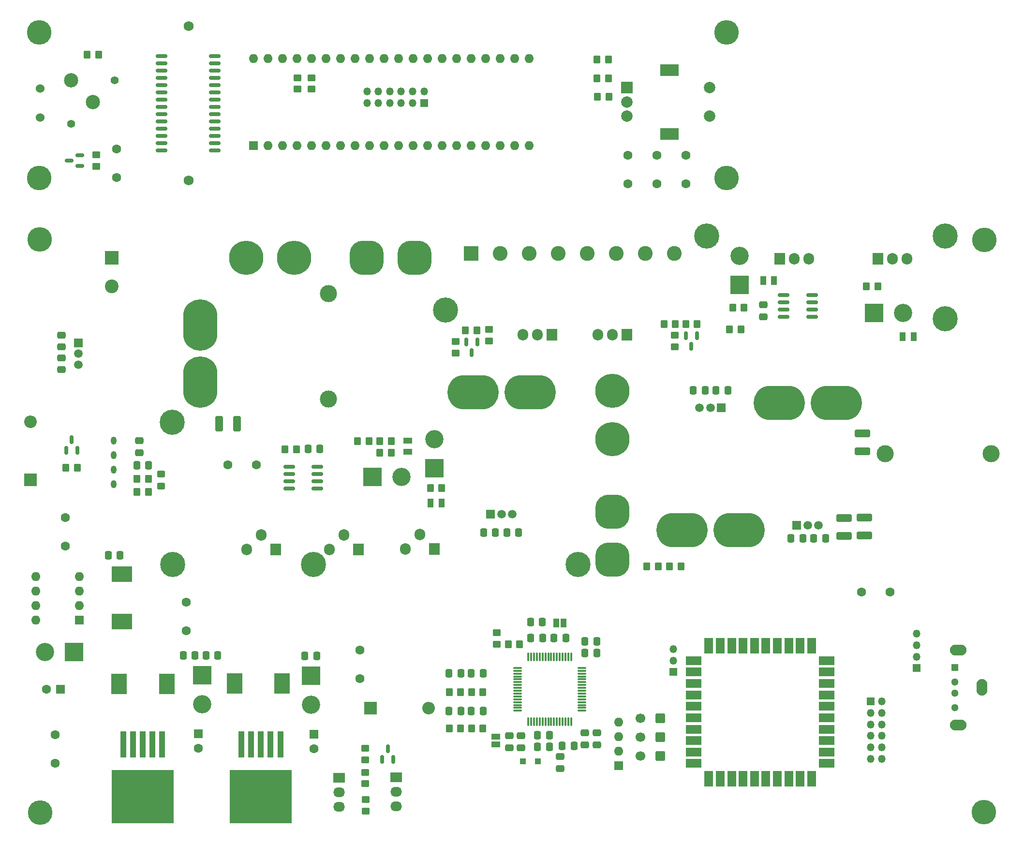
<source format=gts>
%TF.GenerationSoftware,KiCad,Pcbnew,(5.99.0-13134-g7fd669b6a8-dirty)*%
%TF.CreationDate,2021-11-08T01:58:15+00:00*%
%TF.ProjectId,solarpump,736f6c61-7270-4756-9d70-2e6b69636164,1.0*%
%TF.SameCoordinates,Original*%
%TF.FileFunction,Soldermask,Top*%
%TF.FilePolarity,Negative*%
%FSLAX46Y46*%
G04 Gerber Fmt 4.6, Leading zero omitted, Abs format (unit mm)*
G04 Created by KiCad (PCBNEW (5.99.0-13134-g7fd669b6a8-dirty)) date 2021-11-08 01:58:15*
%MOMM*%
%LPD*%
G01*
G04 APERTURE LIST*
G04 Aperture macros list*
%AMRoundRect*
0 Rectangle with rounded corners*
0 $1 Rounding radius*
0 $2 $3 $4 $5 $6 $7 $8 $9 X,Y pos of 4 corners*
0 Add a 4 corners polygon primitive as box body*
4,1,4,$2,$3,$4,$5,$6,$7,$8,$9,$2,$3,0*
0 Add four circle primitives for the rounded corners*
1,1,$1+$1,$2,$3*
1,1,$1+$1,$4,$5*
1,1,$1+$1,$6,$7*
1,1,$1+$1,$8,$9*
0 Add four rect primitives between the rounded corners*
20,1,$1+$1,$2,$3,$4,$5,0*
20,1,$1+$1,$4,$5,$6,$7,0*
20,1,$1+$1,$6,$7,$8,$9,0*
20,1,$1+$1,$8,$9,$2,$3,0*%
%AMHorizOval*
0 Thick line with rounded ends*
0 $1 width*
0 $2 $3 position (X,Y) of the first rounded end (center of the circle)*
0 $4 $5 position (X,Y) of the second rounded end (center of the circle)*
0 Add line between two ends*
20,1,$1,$2,$3,$4,$5,0*
0 Add two circle primitives to create the rounded ends*
1,1,$1,$2,$3*
1,1,$1,$4,$5*%
G04 Aperture macros list end*
%ADD10C,4.400000*%
%ADD11C,0.700000*%
%ADD12R,1.500000X1.500000*%
%ADD13C,1.500000*%
%ADD14C,0.800000*%
%ADD15HorizOval,0.800000X0.000000X0.000000X0.000000X0.000000X0*%
%ADD16O,9.000000X6.000000*%
%ADD17HorizOval,0.800000X0.000000X0.000000X0.000000X0.000000X0*%
%ADD18HorizOval,0.800000X0.000000X0.000000X0.000000X0.000000X0*%
%ADD19HorizOval,0.800000X0.000000X0.000000X0.000000X0.000000X0*%
%ADD20HorizOval,0.800000X0.000000X0.000000X0.000000X0.000000X0*%
%ADD21O,6.000000X9.000000*%
%ADD22HorizOval,0.800000X0.000000X0.000000X0.000000X0.000000X0*%
%ADD23R,1.100000X4.600000*%
%ADD24R,10.800000X9.400000*%
%ADD25R,1.905000X2.000000*%
%ADD26O,1.905000X2.000000*%
%ADD27RoundRect,0.250000X-0.450000X0.350000X-0.450000X-0.350000X0.450000X-0.350000X0.450000X0.350000X0*%
%ADD28C,1.600000*%
%ADD29R,1.300000X1.300000*%
%ADD30C,1.300000*%
%ADD31O,1.900000X2.900000*%
%ADD32O,2.900000X1.900000*%
%ADD33RoundRect,0.150000X0.825000X0.150000X-0.825000X0.150000X-0.825000X-0.150000X0.825000X-0.150000X0*%
%ADD34RoundRect,0.250000X0.337500X0.475000X-0.337500X0.475000X-0.337500X-0.475000X0.337500X-0.475000X0*%
%ADD35RoundRect,0.250000X0.600000X0.600000X-0.600000X0.600000X-0.600000X-0.600000X0.600000X-0.600000X0*%
%ADD36C,1.700000*%
%ADD37RoundRect,0.250000X-0.337500X-0.475000X0.337500X-0.475000X0.337500X0.475000X-0.337500X0.475000X0*%
%ADD38R,1.600000X1.600000*%
%ADD39O,1.600000X1.600000*%
%ADD40RoundRect,0.150000X0.150000X-0.587500X0.150000X0.587500X-0.150000X0.587500X-0.150000X-0.587500X0*%
%ADD41R,3.200000X3.200000*%
%ADD42O,3.200000X3.200000*%
%ADD43RoundRect,0.250000X0.450000X-0.350000X0.450000X0.350000X-0.450000X0.350000X-0.450000X-0.350000X0*%
%ADD44C,3.000000*%
%ADD45C,1.350000*%
%ADD46R,2.800000X1.500000*%
%ADD47O,1.350000X1.350000*%
%ADD48R,1.500000X2.800000*%
%ADD49O,1.000000X1.400000*%
%ADD50RoundRect,0.250000X0.350000X0.450000X-0.350000X0.450000X-0.350000X-0.450000X0.350000X-0.450000X0*%
%ADD51R,1.350000X1.350000*%
%ADD52RoundRect,0.150000X0.587500X0.150000X-0.587500X0.150000X-0.587500X-0.150000X0.587500X-0.150000X0*%
%ADD53RoundRect,0.250000X-0.350000X-0.450000X0.350000X-0.450000X0.350000X0.450000X-0.350000X0.450000X0*%
%ADD54RoundRect,0.250000X0.475000X-0.337500X0.475000X0.337500X-0.475000X0.337500X-0.475000X-0.337500X0*%
%ADD55C,4.300000*%
%ADD56R,2.200000X2.200000*%
%ADD57O,2.200000X2.200000*%
%ADD58R,2.030000X1.730000*%
%ADD59O,2.030000X1.730000*%
%ADD60RoundRect,2.400000X-0.600000X0.600000X-0.600000X-0.600000X0.600000X-0.600000X0.600000X0.600000X0*%
%ADD61RoundRect,2.400000X0.600000X0.600000X-0.600000X0.600000X-0.600000X-0.600000X0.600000X-0.600000X0*%
%ADD62C,6.000000*%
%ADD63R,1.000000X1.500000*%
%ADD64RoundRect,0.250000X0.450000X-0.325000X0.450000X0.325000X-0.450000X0.325000X-0.450000X-0.325000X0*%
%ADD65R,2.000000X2.000000*%
%ADD66C,2.000000*%
%ADD67R,3.200000X2.000000*%
%ADD68R,2.700000X3.600000*%
%ADD69RoundRect,0.075000X-0.662500X-0.075000X0.662500X-0.075000X0.662500X0.075000X-0.662500X0.075000X0*%
%ADD70RoundRect,0.075000X-0.075000X-0.662500X0.075000X-0.662500X0.075000X0.662500X-0.075000X0.662500X0*%
%ADD71RoundRect,0.150000X-0.150000X0.587500X-0.150000X-0.587500X0.150000X-0.587500X0.150000X0.587500X0*%
%ADD72R,3.600000X2.700000*%
%ADD73RoundRect,0.250000X0.412500X1.100000X-0.412500X1.100000X-0.412500X-1.100000X0.412500X-1.100000X0*%
%ADD74C,1.400000*%
%ADD75C,2.500000*%
%ADD76R,1.500000X1.000000*%
%ADD77R,1.100000X1.600000*%
%ADD78R,2.400000X2.400000*%
%ADD79C,2.400000*%
%ADD80RoundRect,0.250000X-0.475000X0.337500X-0.475000X-0.337500X0.475000X-0.337500X0.475000X0.337500X0*%
%ADD81RoundRect,0.250000X-1.100000X0.412500X-1.100000X-0.412500X1.100000X-0.412500X1.100000X0.412500X0*%
%ADD82R,2.600000X2.600000*%
%ADD83C,2.600000*%
%ADD84RoundRect,0.150000X0.875000X0.150000X-0.875000X0.150000X-0.875000X-0.150000X0.875000X-0.150000X0*%
%ADD85RoundRect,0.250000X1.100000X-0.412500X1.100000X0.412500X-1.100000X0.412500X-1.100000X-0.412500X0*%
%ADD86R,1.000000X1.000000*%
%ADD87RoundRect,0.150000X-0.825000X-0.150000X0.825000X-0.150000X0.825000X0.150000X-0.825000X0.150000X0*%
%ADD88R,1.600000X1.100000*%
%ADD89RoundRect,2.400000X0.600000X-0.600000X0.600000X0.600000X-0.600000X0.600000X-0.600000X-0.600000X0*%
%ADD90C,1.750000*%
%ADD91C,1.524000*%
G04 APERTURE END LIST*
D10*
%TO.C,HS8*%
X218050000Y-67475000D03*
D11*
X219700000Y-67475000D03*
X219216726Y-68641726D03*
X218050000Y-69125000D03*
X216883274Y-68641726D03*
X216400000Y-67475000D03*
X216883274Y-66308274D03*
X218050000Y-65825000D03*
X219216726Y-66308274D03*
%TD*%
D12*
%TO.C,U6*%
X138484675Y-101736630D03*
D13*
X140394675Y-101736630D03*
X142304675Y-101736630D03*
D14*
X148594675Y-78676630D03*
X149344675Y-79706630D03*
D15*
X141444675Y-79706630D03*
D14*
X148594675Y-81996630D03*
X146064675Y-78286630D03*
X149344675Y-80966630D03*
X144724675Y-78286630D03*
X143394675Y-82386630D03*
X144724675Y-82386630D03*
X142194675Y-78676630D03*
X146064675Y-82386630D03*
X147394675Y-82386630D03*
X142194675Y-81996630D03*
X143394675Y-78286630D03*
X147394675Y-78286630D03*
D16*
X145394675Y-80336630D03*
D17*
X141444675Y-80966630D03*
D14*
X136064675Y-82386630D03*
X133394675Y-82386630D03*
D16*
X135394675Y-80336630D03*
D14*
X131444675Y-80966630D03*
D17*
X139344675Y-79706630D03*
D14*
X134724675Y-82386630D03*
D15*
X139344675Y-80966630D03*
D14*
X132194675Y-78676630D03*
X138594675Y-78676630D03*
X134724675Y-78286630D03*
X136064675Y-78286630D03*
X137394675Y-82386630D03*
X131444675Y-79706630D03*
X138594675Y-81996630D03*
X137394675Y-78286630D03*
X133394675Y-78286630D03*
X132194675Y-81996630D03*
%TD*%
D12*
%TO.C,U7*%
X178910000Y-83111630D03*
D13*
X177000000Y-83111630D03*
X175090000Y-83111630D03*
D14*
X168800000Y-106171630D03*
X168050000Y-105141630D03*
D18*
X175950000Y-105141630D03*
D14*
X168800000Y-102851630D03*
X171330000Y-106561630D03*
X168050000Y-103881630D03*
X172670000Y-106561630D03*
X174000000Y-102461630D03*
X172670000Y-102461630D03*
X175200000Y-106171630D03*
X171330000Y-102461630D03*
X170000000Y-102461630D03*
X175200000Y-102851630D03*
X174000000Y-106561630D03*
X170000000Y-106561630D03*
D16*
X172000000Y-104511630D03*
D19*
X175950000Y-103881630D03*
D14*
X181330000Y-102461630D03*
X184000000Y-102461630D03*
D16*
X182000000Y-104511630D03*
D14*
X185950000Y-103881630D03*
D19*
X178050000Y-105141630D03*
D14*
X182670000Y-102461630D03*
D18*
X178050000Y-103881630D03*
D14*
X185200000Y-106171630D03*
X178800000Y-106171630D03*
X182670000Y-106561630D03*
X181330000Y-106561630D03*
X180000000Y-102461630D03*
X185950000Y-105141630D03*
X178800000Y-102851630D03*
X180000000Y-106561630D03*
X184000000Y-106561630D03*
X185200000Y-102851630D03*
%TD*%
D12*
%TO.C,U11*%
X192100000Y-103625000D03*
D13*
X194010000Y-103625000D03*
X195920000Y-103625000D03*
D14*
X202210000Y-80565000D03*
X202960000Y-81595000D03*
D15*
X195060000Y-81595000D03*
D14*
X202210000Y-83885000D03*
X199680000Y-80175000D03*
X202960000Y-82855000D03*
X198340000Y-80175000D03*
X197010000Y-84275000D03*
X198340000Y-84275000D03*
X195810000Y-80565000D03*
X199680000Y-84275000D03*
X201010000Y-84275000D03*
X195810000Y-83885000D03*
X197010000Y-80175000D03*
X201010000Y-80175000D03*
D16*
X199010000Y-82225000D03*
D17*
X195060000Y-82855000D03*
D14*
X189680000Y-84275000D03*
X187010000Y-84275000D03*
D16*
X189010000Y-82225000D03*
D14*
X185060000Y-82855000D03*
D17*
X192960000Y-81595000D03*
D14*
X188340000Y-84275000D03*
D15*
X192960000Y-82855000D03*
D14*
X185810000Y-80565000D03*
X192210000Y-80565000D03*
X188340000Y-80175000D03*
X189680000Y-80175000D03*
X191010000Y-84275000D03*
X185060000Y-81595000D03*
X192210000Y-83885000D03*
X191010000Y-80175000D03*
X187010000Y-80175000D03*
X185810000Y-83885000D03*
%TD*%
D12*
%TO.C,U3*%
X66325000Y-71700000D03*
D13*
X66325000Y-73610000D03*
X66325000Y-75520000D03*
D14*
X89385000Y-81810000D03*
X88355000Y-82560000D03*
D20*
X88355000Y-74660000D03*
D14*
X86065000Y-81810000D03*
X89775000Y-79280000D03*
X87095000Y-82560000D03*
X89775000Y-77940000D03*
X85675000Y-76610000D03*
X85675000Y-77940000D03*
X89385000Y-75410000D03*
X85675000Y-79280000D03*
X85675000Y-80610000D03*
X86065000Y-75410000D03*
X89775000Y-76610000D03*
X89775000Y-80610000D03*
D21*
X87725000Y-78610000D03*
D22*
X87095000Y-74660000D03*
D14*
X85675000Y-69280000D03*
X85675000Y-66610000D03*
D21*
X87725000Y-68610000D03*
D14*
X87095000Y-64660000D03*
D22*
X88355000Y-72560000D03*
D14*
X85675000Y-67940000D03*
D20*
X87095000Y-72560000D03*
D14*
X89385000Y-65410000D03*
X89385000Y-71810000D03*
X89775000Y-67940000D03*
X89775000Y-69280000D03*
X85675000Y-70610000D03*
X88355000Y-64660000D03*
X86065000Y-71810000D03*
X89775000Y-70610000D03*
X89775000Y-66610000D03*
X86065000Y-65410000D03*
%TD*%
D10*
%TO.C,HS7*%
X82800000Y-85650000D03*
D11*
X84450000Y-85650000D03*
X83966726Y-86816726D03*
X82800000Y-87300000D03*
X81633274Y-86816726D03*
X81150000Y-85650000D03*
X81633274Y-84483274D03*
X82800000Y-84000000D03*
X83966726Y-84483274D03*
%TD*%
D10*
%TO.C,HS6*%
X130600000Y-66000000D03*
D11*
X132250000Y-66000000D03*
X131766726Y-67166726D03*
X130600000Y-67650000D03*
X129433274Y-67166726D03*
X128950000Y-66000000D03*
X129433274Y-64833274D03*
X130600000Y-64350000D03*
X131766726Y-64833274D03*
%TD*%
D10*
%TO.C,HS5*%
X218050000Y-53000000D03*
D11*
X219700000Y-53000000D03*
X219216726Y-54166726D03*
X218050000Y-54650000D03*
X216883274Y-54166726D03*
X216400000Y-53000000D03*
X216883274Y-51833274D03*
X218050000Y-51350000D03*
X219216726Y-51833274D03*
%TD*%
D10*
%TO.C,HS4*%
X176300000Y-53000000D03*
D11*
X177950000Y-53000000D03*
X177466726Y-54166726D03*
X176300000Y-54650000D03*
X175133274Y-54166726D03*
X174650000Y-53000000D03*
X175133274Y-51833274D03*
X176300000Y-51350000D03*
X177466726Y-51833274D03*
%TD*%
D10*
%TO.C,HS3*%
X153825000Y-110475000D03*
D11*
X155475000Y-110475000D03*
X154991726Y-111641726D03*
X153825000Y-112125000D03*
X152658274Y-111641726D03*
X152175000Y-110475000D03*
X152658274Y-109308274D03*
X153825000Y-108825000D03*
X154991726Y-109308274D03*
%TD*%
D10*
%TO.C,HS2*%
X107475000Y-110475000D03*
D11*
X109125000Y-110475000D03*
X108641726Y-111641726D03*
X107475000Y-112125000D03*
X106308274Y-111641726D03*
X105825000Y-110475000D03*
X106308274Y-109308274D03*
X107475000Y-108825000D03*
X108641726Y-109308274D03*
%TD*%
D10*
%TO.C,HS1*%
X82875000Y-110475000D03*
D11*
X84525000Y-110475000D03*
X84041726Y-111641726D03*
X82875000Y-112125000D03*
X81708274Y-111641726D03*
X81225000Y-110475000D03*
X81708274Y-109308274D03*
X82875000Y-108825000D03*
X84041726Y-109308274D03*
%TD*%
D23*
%TO.C,U10*%
X81000000Y-142025000D03*
X79300000Y-142025000D03*
X77600000Y-142025000D03*
D24*
X77600000Y-151175000D03*
D23*
X75900000Y-142025000D03*
X74200000Y-142025000D03*
%TD*%
%TO.C,U9*%
X101700000Y-141975000D03*
X100000000Y-141975000D03*
X98300000Y-141975000D03*
D24*
X98300000Y-151125000D03*
D23*
X96600000Y-141975000D03*
X94900000Y-141975000D03*
%TD*%
D25*
%TO.C,Q1*%
X100900000Y-107870000D03*
D26*
X98360000Y-105330000D03*
X95820000Y-107870000D03*
%TD*%
D25*
%TO.C,Q2*%
X128690000Y-107792500D03*
D26*
X126150000Y-105252500D03*
X123610000Y-107792500D03*
%TD*%
D25*
%TO.C,Q12*%
X189100000Y-57000000D03*
D26*
X191640000Y-57000000D03*
X194180000Y-57000000D03*
%TD*%
D25*
%TO.C,Q10*%
X162352175Y-70306630D03*
D26*
X159812175Y-70306630D03*
X157272175Y-70306630D03*
%TD*%
D25*
%TO.C,Q9*%
X149217175Y-70336630D03*
D26*
X146677175Y-70336630D03*
X144137175Y-70336630D03*
%TD*%
D25*
%TO.C,Q3*%
X115400000Y-107870000D03*
D26*
X112860000Y-105330000D03*
X110320000Y-107870000D03*
%TD*%
D25*
%TO.C,Q11*%
X206300000Y-57000000D03*
D26*
X208840000Y-57000000D03*
X211380000Y-57000000D03*
%TD*%
D27*
%TO.C,R17*%
X116550000Y-142700000D03*
X116550000Y-144700000D03*
%TD*%
D28*
%TO.C,CP7*%
X208450000Y-115350000D03*
X203450000Y-115350000D03*
%TD*%
%TO.C,C41*%
X73049188Y-42750222D03*
X73049188Y-37750222D03*
%TD*%
D29*
%TO.C,J1*%
X219750000Y-128550000D03*
D30*
X219750000Y-131050000D03*
X219750000Y-133050000D03*
X219750000Y-135550000D03*
D31*
X224530000Y-132050000D03*
D32*
X220350000Y-125480000D03*
X220350000Y-138620000D03*
%TD*%
D33*
%TO.C,U12*%
X194775000Y-67165000D03*
X194775000Y-65895000D03*
X194775000Y-64625000D03*
X194775000Y-63355000D03*
X189825000Y-63355000D03*
X189825000Y-64625000D03*
X189825000Y-65895000D03*
X189825000Y-67165000D03*
%TD*%
D34*
%TO.C,C12*%
X78637500Y-93200000D03*
X76562500Y-93200000D03*
%TD*%
D35*
%TO.C,TH1*%
X168215155Y-144018070D03*
D36*
X164715155Y-144018070D03*
%TD*%
D34*
%TO.C,C29*%
X157090155Y-126043070D03*
X155015155Y-126043070D03*
%TD*%
D37*
%TO.C,C22*%
X71562500Y-108900000D03*
X73637500Y-108900000D03*
%TD*%
D38*
%TO.C,U8*%
X66550000Y-120250000D03*
D39*
X66550000Y-117710000D03*
X66550000Y-115170000D03*
X66550000Y-112630000D03*
X58930000Y-112630000D03*
X58930000Y-115170000D03*
X58930000Y-117710000D03*
X58930000Y-120250000D03*
%TD*%
D40*
%TO.C,Q4*%
X64250000Y-90562500D03*
X66150000Y-90562500D03*
X65200000Y-88687500D03*
%TD*%
D41*
%TO.C,D10*%
X182050000Y-61550000D03*
D42*
X182050000Y-56470000D03*
%TD*%
D37*
%TO.C,C2*%
X146715155Y-142443070D03*
X148790155Y-142443070D03*
%TD*%
D43*
%TO.C,R9*%
X116600000Y-153700000D03*
X116600000Y-151700000D03*
%TD*%
D35*
%TO.C,TH3*%
X168215155Y-137468070D03*
D36*
X164715155Y-137468070D03*
%TD*%
D27*
%TO.C,R33*%
X104701235Y-25318945D03*
X104701235Y-27318945D03*
%TD*%
D44*
%TO.C,L1*%
X110150000Y-81600000D03*
X110150000Y-63100000D03*
%TD*%
D45*
%TO.C,MCU1*%
X196700000Y-145350000D03*
D46*
X197350000Y-145350000D03*
D47*
X196700000Y-143350000D03*
D46*
X197350000Y-143350000D03*
D47*
X196700000Y-141350000D03*
D46*
X197350000Y-141350000D03*
D47*
X196700000Y-139350000D03*
D46*
X197350000Y-139350000D03*
D47*
X196700000Y-137350000D03*
D46*
X197350000Y-137350000D03*
X197350000Y-135350000D03*
D47*
X196700000Y-135350000D03*
D46*
X197350000Y-133350000D03*
D47*
X196700000Y-133350000D03*
D46*
X197350000Y-131350000D03*
D47*
X196700000Y-131350000D03*
D46*
X197350000Y-129350000D03*
D47*
X196700000Y-129350000D03*
X196700000Y-127350000D03*
D46*
X197350000Y-127350000D03*
D48*
X194700000Y-124700000D03*
D47*
X194700000Y-125350000D03*
D48*
X192700000Y-124700000D03*
D47*
X192700000Y-125350000D03*
X190700000Y-125350000D03*
D48*
X190700000Y-124700000D03*
D47*
X188700000Y-125350000D03*
D48*
X188700000Y-124700000D03*
X186700000Y-124700000D03*
D47*
X186700000Y-125350000D03*
D48*
X184700000Y-124700000D03*
D47*
X184700000Y-125350000D03*
D48*
X182700000Y-124700000D03*
D47*
X182700000Y-125350000D03*
X180700000Y-125350000D03*
D48*
X180700000Y-124700000D03*
D47*
X178700000Y-125350000D03*
D48*
X178700000Y-124700000D03*
X176700000Y-124700000D03*
D47*
X176700000Y-125350000D03*
X174700000Y-127350000D03*
D46*
X174050000Y-127350000D03*
D47*
X174700000Y-129350000D03*
D46*
X174050000Y-129350000D03*
D47*
X174700000Y-131350000D03*
D46*
X174050000Y-131350000D03*
D47*
X174700000Y-133350000D03*
D46*
X174050000Y-133350000D03*
X174050000Y-135350000D03*
D47*
X174700000Y-135350000D03*
X174700000Y-137350000D03*
D46*
X174050000Y-137350000D03*
X174050000Y-139350000D03*
D47*
X174700000Y-139350000D03*
X174700000Y-141350000D03*
D46*
X174050000Y-141350000D03*
D47*
X174700000Y-143350000D03*
D46*
X174050000Y-143350000D03*
D47*
X174700000Y-145350000D03*
D46*
X174050000Y-145350000D03*
D48*
X176700000Y-148000000D03*
D47*
X176700000Y-147350000D03*
X178700000Y-147350000D03*
D48*
X178700000Y-148000000D03*
D47*
X180700000Y-147350000D03*
D48*
X180700000Y-148000000D03*
X182700000Y-148000000D03*
D47*
X182700000Y-147350000D03*
D48*
X184700000Y-148000000D03*
D47*
X184700000Y-147350000D03*
X186700000Y-147350000D03*
D48*
X186700000Y-148000000D03*
X188700000Y-148000000D03*
D47*
X188700000Y-147350000D03*
X190700000Y-147350000D03*
D48*
X190700000Y-148000000D03*
D47*
X192700000Y-147350000D03*
D48*
X192700000Y-148000000D03*
D47*
X194700000Y-147350000D03*
D48*
X194700000Y-148000000D03*
%TD*%
D49*
%TO.C,U5*%
X72550000Y-88800000D03*
X72550000Y-91340000D03*
X72550000Y-93880000D03*
X72550000Y-96420000D03*
%TD*%
D28*
%TO.C,CP6*%
X85200000Y-122100000D03*
X85200000Y-117100000D03*
%TD*%
D50*
%TO.C,R8*%
X121100000Y-91000000D03*
X119100000Y-91000000D03*
%TD*%
D51*
%TO.C,J3*%
X205015155Y-134518070D03*
D47*
X207015155Y-134518070D03*
X205015155Y-136518070D03*
X207015155Y-136518070D03*
X205015155Y-138518070D03*
X207015155Y-138518070D03*
X205015155Y-140518070D03*
X207015155Y-140518070D03*
X205015155Y-142518070D03*
X207015155Y-142518070D03*
X205015155Y-144518070D03*
X207015155Y-144518070D03*
%TD*%
D52*
%TO.C,Q6*%
X66636688Y-40750222D03*
X66636688Y-38850222D03*
X64761688Y-39800222D03*
%TD*%
D35*
%TO.C,TH2*%
X168215155Y-140768070D03*
D36*
X164715155Y-140768070D03*
%TD*%
D53*
%TO.C,R24*%
X135150000Y-132868070D03*
X137150000Y-132868070D03*
%TD*%
%TO.C,R20*%
X169850000Y-110850000D03*
X171850000Y-110850000D03*
%TD*%
D37*
%TO.C,C34*%
X191062500Y-105975000D03*
X193137500Y-105975000D03*
%TD*%
D54*
%TO.C,C30*%
X157117175Y-142074130D03*
X157117175Y-139999130D03*
%TD*%
D55*
%TO.C,H7*%
X179834033Y-42868945D03*
%TD*%
D50*
%TO.C,R2*%
X133250000Y-139200000D03*
X131250000Y-139200000D03*
%TD*%
D53*
%TO.C,R18*%
X157150000Y-22150000D03*
X159150000Y-22150000D03*
%TD*%
D34*
%TO.C,C31*%
X137187500Y-129600000D03*
X135112500Y-129600000D03*
%TD*%
D54*
%TO.C,C7*%
X150700000Y-146237500D03*
X150700000Y-144162500D03*
%TD*%
D37*
%TO.C,C3*%
X146715155Y-140443070D03*
X148790155Y-140443070D03*
%TD*%
D50*
%TO.C,R22*%
X174650000Y-68443940D03*
X172650000Y-68443940D03*
%TD*%
D54*
%TO.C,C36*%
X186250000Y-67135000D03*
X186250000Y-65060000D03*
%TD*%
D56*
%TO.C,D6*%
X117500000Y-135700000D03*
D57*
X127660000Y-135700000D03*
%TD*%
D58*
%TO.C,J9*%
X111950000Y-147850000D03*
D59*
X111950000Y-150390000D03*
X111950000Y-152930000D03*
%TD*%
D54*
%TO.C,C25*%
X141752655Y-142580570D03*
X141752655Y-140505570D03*
%TD*%
D34*
%TO.C,C33*%
X197137500Y-105975000D03*
X195062500Y-105975000D03*
%TD*%
%TO.C,C32*%
X133287500Y-129600000D03*
X131212500Y-129600000D03*
%TD*%
D37*
%TO.C,C16*%
X173972500Y-80011630D03*
X176047500Y-80011630D03*
%TD*%
D55*
%TO.C,H6*%
X179834033Y-17368945D03*
%TD*%
D53*
%TO.C,R19*%
X165850000Y-110850000D03*
X167850000Y-110850000D03*
%TD*%
D50*
%TO.C,R15*%
X143600000Y-124500000D03*
X141600000Y-124500000D03*
%TD*%
D60*
%TO.C,F1*%
X125200000Y-56800000D03*
D61*
X116800000Y-56800000D03*
D62*
X95700000Y-56800000D03*
X104100000Y-56800000D03*
%TD*%
D50*
%TO.C,R25*%
X182300000Y-69400000D03*
X180300000Y-69400000D03*
%TD*%
D53*
%TO.C,R23*%
X131250000Y-132868070D03*
X133250000Y-132868070D03*
%TD*%
D63*
%TO.C,JP2*%
X151300000Y-120750000D03*
X150000000Y-120750000D03*
%TD*%
D64*
%TO.C,D3*%
X80800000Y-96775000D03*
X80800000Y-94725000D03*
%TD*%
D27*
%TO.C,R34*%
X107151235Y-25318945D03*
X107151235Y-27318945D03*
%TD*%
D65*
%TO.C,SW2*%
X162349188Y-27061282D03*
D66*
X162349188Y-32061282D03*
X162349188Y-29561282D03*
D67*
X169849188Y-35161282D03*
X169849188Y-23961282D03*
D66*
X176849188Y-32061282D03*
X176849188Y-27061282D03*
%TD*%
D37*
%TO.C,C24*%
X88662500Y-126400000D03*
X90737500Y-126400000D03*
%TD*%
D28*
%TO.C,CP3*%
X62300000Y-140300000D03*
X62300000Y-145300000D03*
%TD*%
D55*
%TO.C,H4*%
X59650000Y-153950000D03*
%TD*%
D34*
%TO.C,C6*%
X151687500Y-123350000D03*
X149612500Y-123350000D03*
%TD*%
D38*
%TO.C,M2*%
X96989188Y-37175222D03*
D39*
X99529188Y-37175222D03*
X102069188Y-37175222D03*
X104609188Y-37175222D03*
X107149188Y-37175222D03*
X109689188Y-37175222D03*
X112229188Y-37175222D03*
X114769188Y-37175222D03*
X117309188Y-37175222D03*
X119849188Y-37175222D03*
X122389188Y-37175222D03*
X124929188Y-37175222D03*
X127469188Y-37175222D03*
X130009188Y-37175222D03*
X132549188Y-37175222D03*
X135089188Y-37175222D03*
X137629188Y-37175222D03*
X140169188Y-37175222D03*
X142709188Y-37175222D03*
X145249188Y-37175222D03*
X145249188Y-21935222D03*
X142709188Y-21935222D03*
X140169188Y-21935222D03*
X137629188Y-21935222D03*
X135089188Y-21935222D03*
X132549188Y-21935222D03*
X130009188Y-21935222D03*
X127469188Y-21935222D03*
X124929188Y-21935222D03*
X122389188Y-21935222D03*
X119849188Y-21935222D03*
X117309188Y-21935222D03*
X114769188Y-21935222D03*
X112229188Y-21935222D03*
X109689188Y-21935222D03*
X107149188Y-21935222D03*
X104609188Y-21935222D03*
X102069188Y-21935222D03*
X99529188Y-21935222D03*
X96989188Y-21935222D03*
%TD*%
D53*
%TO.C,R11*%
X64175000Y-93550000D03*
X66175000Y-93550000D03*
%TD*%
D68*
%TO.C,L4*%
X81800000Y-131400000D03*
X73500000Y-131400000D03*
%TD*%
D43*
%TO.C,R16*%
X139600000Y-124450000D03*
X139600000Y-122450000D03*
%TD*%
D41*
%TO.C,D8*%
X107050000Y-129950000D03*
D42*
X107050000Y-135030000D03*
%TD*%
D37*
%TO.C,C27*%
X145479675Y-120550000D03*
X147554675Y-120550000D03*
%TD*%
D43*
%TO.C,R10*%
X116550000Y-148900000D03*
X116550000Y-146900000D03*
%TD*%
D53*
%TO.C,R6*%
X76600000Y-97800000D03*
X78600000Y-97800000D03*
%TD*%
D54*
%TO.C,C1*%
X143817175Y-142580570D03*
X143817175Y-140505570D03*
%TD*%
D50*
%TO.C,R21*%
X136112175Y-69499130D03*
X134112175Y-69499130D03*
%TD*%
D37*
%TO.C,C11*%
X106562500Y-90300000D03*
X108637500Y-90300000D03*
%TD*%
D50*
%TO.C,R32*%
X170850000Y-68443940D03*
X168850000Y-68443940D03*
%TD*%
D38*
%TO.C,RN1*%
X160900000Y-145718070D03*
D39*
X160900000Y-143178070D03*
X160900000Y-140638070D03*
X160900000Y-138098070D03*
%TD*%
D38*
%TO.C,C21*%
X63250000Y-132350000D03*
D28*
X60750000Y-132350000D03*
%TD*%
D44*
%TO.C,L5*%
X226100000Y-91100000D03*
X207600000Y-91100000D03*
%TD*%
D28*
%TO.C,C39*%
X162501235Y-38918945D03*
X162501235Y-43918945D03*
%TD*%
D50*
%TO.C,R7*%
X129950000Y-97100000D03*
X127950000Y-97100000D03*
%TD*%
D28*
%TO.C,CP4*%
X64050000Y-102300000D03*
X64050000Y-107300000D03*
%TD*%
D69*
%TO.C,U2*%
X143190155Y-128618070D03*
X143190155Y-129118070D03*
X143190155Y-129618070D03*
X143190155Y-130118070D03*
X143190155Y-130618070D03*
X143190155Y-131118070D03*
X143190155Y-131618070D03*
X143190155Y-132118070D03*
X143190155Y-132618070D03*
X143190155Y-133118070D03*
X143190155Y-133618070D03*
X143190155Y-134118070D03*
X143190155Y-134618070D03*
X143190155Y-135118070D03*
X143190155Y-135618070D03*
X143190155Y-136118070D03*
D70*
X145102655Y-138030570D03*
X145602655Y-138030570D03*
X146102655Y-138030570D03*
X146602655Y-138030570D03*
X147102655Y-138030570D03*
X147602655Y-138030570D03*
X148102655Y-138030570D03*
X148602655Y-138030570D03*
X149102655Y-138030570D03*
X149602655Y-138030570D03*
X150102655Y-138030570D03*
X150602655Y-138030570D03*
X151102655Y-138030570D03*
X151602655Y-138030570D03*
X152102655Y-138030570D03*
X152602655Y-138030570D03*
D69*
X154515155Y-136118070D03*
X154515155Y-135618070D03*
X154515155Y-135118070D03*
X154515155Y-134618070D03*
X154515155Y-134118070D03*
X154515155Y-133618070D03*
X154515155Y-133118070D03*
X154515155Y-132618070D03*
X154515155Y-132118070D03*
X154515155Y-131618070D03*
X154515155Y-131118070D03*
X154515155Y-130618070D03*
X154515155Y-130118070D03*
X154515155Y-129618070D03*
X154515155Y-129118070D03*
X154515155Y-128618070D03*
D70*
X152602655Y-126705570D03*
X152102655Y-126705570D03*
X151602655Y-126705570D03*
X151102655Y-126705570D03*
X150602655Y-126705570D03*
X150102655Y-126705570D03*
X149602655Y-126705570D03*
X149102655Y-126705570D03*
X148602655Y-126705570D03*
X148102655Y-126705570D03*
X147602655Y-126705570D03*
X147102655Y-126705570D03*
X146602655Y-126705570D03*
X146102655Y-126705570D03*
X145602655Y-126705570D03*
X145102655Y-126705570D03*
%TD*%
D71*
%TO.C,Q8*%
X174600000Y-70462500D03*
X172700000Y-70462500D03*
X173650000Y-72337500D03*
%TD*%
D51*
%TO.C,J10*%
X213050000Y-128650000D03*
D47*
X213050000Y-126650000D03*
X213050000Y-124650000D03*
X213050000Y-122650000D03*
%TD*%
D51*
%TO.C,J7*%
X170500000Y-129350000D03*
D47*
X170500000Y-127350000D03*
X170500000Y-125350000D03*
%TD*%
D72*
%TO.C,L2*%
X73950000Y-120500000D03*
X73950000Y-112200000D03*
%TD*%
D34*
%TO.C,C18*%
X180047500Y-80011630D03*
X177972500Y-80011630D03*
%TD*%
D73*
%TO.C,C35*%
X94112500Y-85900000D03*
X90987500Y-85900000D03*
%TD*%
D54*
%TO.C,C9*%
X63375000Y-76437500D03*
X63375000Y-74362500D03*
%TD*%
D40*
%TO.C,Q5*%
X119550000Y-144637500D03*
X121450000Y-144637500D03*
X120500000Y-142762500D03*
%TD*%
D74*
%TO.C,SW1*%
X72734188Y-25765222D03*
X65114188Y-33385222D03*
D75*
X65114188Y-25765222D03*
X68924188Y-29575222D03*
%TD*%
D76*
%TO.C,JP1*%
X139417175Y-141986630D03*
X139417175Y-140686630D03*
%TD*%
D77*
%TO.C,JP3*%
X128000000Y-99750000D03*
X129900000Y-99750000D03*
%TD*%
D78*
%TO.C,CP2*%
X72150000Y-56800000D03*
D79*
X72150000Y-61800000D03*
%TD*%
D53*
%TO.C,R35*%
X157200000Y-28650000D03*
X159200000Y-28650000D03*
%TD*%
D28*
%TO.C,CP1*%
X97500000Y-93100000D03*
X92500000Y-93100000D03*
%TD*%
D53*
%TO.C,R28*%
X180875000Y-65525000D03*
X182875000Y-65525000D03*
%TD*%
D28*
%TO.C,C40*%
X172701235Y-38918945D03*
X172701235Y-43918945D03*
%TD*%
D58*
%TO.C,J4*%
X121950000Y-147800000D03*
D59*
X121950000Y-150340000D03*
X121950000Y-152880000D03*
%TD*%
D55*
%TO.C,H8*%
X59451235Y-42868945D03*
%TD*%
D71*
%TO.C,Q7*%
X136167175Y-71561630D03*
X134267175Y-71561630D03*
X135217175Y-73436630D03*
%TD*%
D41*
%TO.C,D9*%
X88000000Y-129900000D03*
D42*
X88000000Y-134980000D03*
%TD*%
D43*
%TO.C,R31*%
X138212175Y-71399130D03*
X138212175Y-69399130D03*
%TD*%
D38*
%TO.C,C20*%
X107550000Y-140250000D03*
D28*
X107550000Y-142750000D03*
%TD*%
D80*
%TO.C,C10*%
X63375000Y-70362500D03*
X63375000Y-72437500D03*
%TD*%
D77*
%TO.C,JP5*%
X212550000Y-70650000D03*
X210650000Y-70650000D03*
%TD*%
D43*
%TO.C,R29*%
X132412175Y-73499130D03*
X132412175Y-71499130D03*
%TD*%
D53*
%TO.C,R12*%
X115200000Y-88950000D03*
X117200000Y-88950000D03*
%TD*%
D50*
%TO.C,R1*%
X137150000Y-139200000D03*
X135150000Y-139200000D03*
%TD*%
D34*
%TO.C,C15*%
X137187500Y-136150000D03*
X135112500Y-136150000D03*
%TD*%
D81*
%TO.C,C37*%
X200375000Y-102387500D03*
X200375000Y-105512500D03*
%TD*%
D50*
%TO.C,R27*%
X206300000Y-61850000D03*
X204300000Y-61850000D03*
%TD*%
D55*
%TO.C,H2*%
X224950000Y-53700000D03*
%TD*%
D34*
%TO.C,C4*%
X153090155Y-142243070D03*
X151015155Y-142243070D03*
%TD*%
D41*
%TO.C,D2*%
X205600000Y-66450000D03*
D42*
X210680000Y-66450000D03*
%TD*%
D53*
%TO.C,R36*%
X157150000Y-25400000D03*
X159150000Y-25400000D03*
%TD*%
D43*
%TO.C,R14*%
X69449188Y-40800222D03*
X69449188Y-38800222D03*
%TD*%
D53*
%TO.C,R5*%
X78600000Y-95500000D03*
X76600000Y-95500000D03*
%TD*%
D50*
%TO.C,R37*%
X69899188Y-21300222D03*
X67899188Y-21300222D03*
%TD*%
D43*
%TO.C,R30*%
X170750000Y-72400000D03*
X170750000Y-70400000D03*
%TD*%
D80*
%TO.C,C13*%
X77050000Y-88862500D03*
X77050000Y-90937500D03*
%TD*%
D41*
%TO.C,D5*%
X117800000Y-95200000D03*
D42*
X122880000Y-95200000D03*
%TD*%
D82*
%TO.C,J2*%
X135100000Y-56100000D03*
D83*
X140180000Y-56100000D03*
X145260000Y-56100000D03*
X150340000Y-56100000D03*
X155420000Y-56100000D03*
X160500000Y-56100000D03*
X165580000Y-56100000D03*
X170660000Y-56100000D03*
%TD*%
D34*
%TO.C,C44*%
X86787500Y-126400000D03*
X84712500Y-126400000D03*
%TD*%
D41*
%TO.C,D4*%
X128700000Y-93700000D03*
D42*
X128700000Y-88620000D03*
%TD*%
D50*
%TO.C,R3*%
X104500000Y-90350000D03*
X102500000Y-90350000D03*
%TD*%
D53*
%TO.C,R13*%
X119100000Y-88950000D03*
X121100000Y-88950000D03*
%TD*%
D54*
%TO.C,C5*%
X155017175Y-142074130D03*
X155017175Y-139999130D03*
%TD*%
D77*
%TO.C,JP6*%
X188100000Y-60850000D03*
X186200000Y-60850000D03*
%TD*%
D55*
%TO.C,H3*%
X224850000Y-153850000D03*
%TD*%
D41*
%TO.C,D7*%
X65600000Y-125850000D03*
D42*
X60520000Y-125850000D03*
%TD*%
D37*
%TO.C,C23*%
X106012500Y-126500000D03*
X108087500Y-126500000D03*
%TD*%
D81*
%TO.C,C43*%
X203900000Y-102337500D03*
X203900000Y-105462500D03*
%TD*%
D84*
%TO.C,U4*%
X90249188Y-38023945D03*
X90249188Y-36753945D03*
X90249188Y-35483945D03*
X90249188Y-34213945D03*
X90249188Y-32943945D03*
X90249188Y-31673945D03*
X90249188Y-30403945D03*
X90249188Y-29133945D03*
X90249188Y-27863945D03*
X90249188Y-26593945D03*
X90249188Y-25323945D03*
X90249188Y-24053945D03*
X90249188Y-22783945D03*
X90249188Y-21513945D03*
X80949188Y-21513945D03*
X80949188Y-22783945D03*
X80949188Y-24053945D03*
X80949188Y-25323945D03*
X80949188Y-26593945D03*
X80949188Y-27863945D03*
X80949188Y-29133945D03*
X80949188Y-30403945D03*
X80949188Y-31673945D03*
X80949188Y-32943945D03*
X80949188Y-34213945D03*
X80949188Y-35483945D03*
X80949188Y-36753945D03*
X80949188Y-38023945D03*
%TD*%
D34*
%TO.C,C8*%
X133287500Y-136150000D03*
X131212500Y-136150000D03*
%TD*%
D85*
%TO.C,C42*%
X203600000Y-90712500D03*
X203600000Y-87587500D03*
%TD*%
D86*
%TO.C,TP1*%
X144152655Y-144943070D03*
%TD*%
D28*
%TO.C,CP5*%
X115650000Y-125500000D03*
X115650000Y-130500000D03*
%TD*%
%TO.C,C38*%
X167601235Y-38918945D03*
X167601235Y-43918945D03*
%TD*%
D37*
%TO.C,C26*%
X145512500Y-123350000D03*
X147587500Y-123350000D03*
%TD*%
D87*
%TO.C,U1*%
X103225000Y-93395000D03*
X103225000Y-94665000D03*
X103225000Y-95935000D03*
X103225000Y-97205000D03*
X108175000Y-97205000D03*
X108175000Y-95935000D03*
X108175000Y-94665000D03*
X108175000Y-93395000D03*
%TD*%
D55*
%TO.C,H5*%
X59451235Y-17368945D03*
%TD*%
D34*
%TO.C,C28*%
X157090155Y-123943070D03*
X155015155Y-123943070D03*
%TD*%
D37*
%TO.C,C17*%
X137297175Y-104911630D03*
X139372175Y-104911630D03*
%TD*%
D56*
%TO.C,D1*%
X58000000Y-95700000D03*
D57*
X58000000Y-85540000D03*
%TD*%
D68*
%TO.C,L3*%
X102000000Y-131350000D03*
X93700000Y-131350000D03*
%TD*%
D86*
%TO.C,TP2*%
X146752655Y-144943070D03*
%TD*%
D88*
%TO.C,JP4*%
X124000000Y-88850000D03*
X124000000Y-90750000D03*
%TD*%
D55*
%TO.C,H1*%
X59550000Y-53650000D03*
%TD*%
D38*
%TO.C,C19*%
X87350000Y-140150000D03*
D28*
X87350000Y-142650000D03*
%TD*%
D34*
%TO.C,C14*%
X143422175Y-104911630D03*
X141347175Y-104911630D03*
%TD*%
D61*
%TO.C,F2*%
X159800000Y-109661630D03*
D89*
X159800000Y-101261630D03*
D62*
X159800000Y-88561630D03*
X159800000Y-80161630D03*
%TD*%
D51*
%TO.C,J6*%
X126856516Y-29719434D03*
D47*
X126856516Y-27719434D03*
X124856516Y-29719434D03*
X124856516Y-27719434D03*
X122856516Y-29719434D03*
X122856516Y-27719434D03*
X120856516Y-29719434D03*
X120856516Y-27719434D03*
X118856516Y-29719434D03*
X118856516Y-27719434D03*
X116856516Y-29719434D03*
X116856516Y-27719434D03*
%TD*%
D90*
%TO.C,BZ1*%
X85651235Y-16320222D03*
X85651235Y-43320222D03*
D91*
X59651235Y-27220222D03*
X59651235Y-32320222D03*
%TD*%
M02*

</source>
